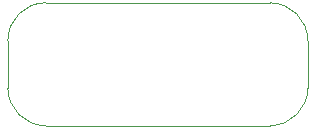
<source format=gbr>
%TF.GenerationSoftware,KiCad,Pcbnew,8.0.2*%
%TF.CreationDate,2024-07-08T22:06:34-05:00*%
%TF.ProjectId,RGBPS Breakout,52474250-5320-4427-9265-616b6f75742e,rev?*%
%TF.SameCoordinates,Original*%
%TF.FileFunction,Profile,NP*%
%FSLAX46Y46*%
G04 Gerber Fmt 4.6, Leading zero omitted, Abs format (unit mm)*
G04 Created by KiCad (PCBNEW 8.0.2) date 2024-07-08 22:06:34*
%MOMM*%
%LPD*%
G01*
G04 APERTURE LIST*
%TA.AperFunction,Profile*%
%ADD10C,0.050000*%
%TD*%
G04 APERTURE END LIST*
D10*
X126800000Y-83000000D02*
G75*
G02*
X130000000Y-79800000I3200000J0D01*
G01*
X130000000Y-90200000D02*
G75*
G02*
X126800000Y-87000000I0J3200000D01*
G01*
X149000000Y-79800000D02*
G75*
G02*
X152200000Y-83000000I0J-3200000D01*
G01*
X152200000Y-87000000D02*
G75*
G02*
X149000000Y-90200000I-3200000J0D01*
G01*
X149000000Y-90200000D02*
X130000000Y-90200000D01*
X130000000Y-79800000D02*
X149000000Y-79800000D01*
X152200000Y-83000000D02*
X152200000Y-87000000D01*
X126800000Y-87000000D02*
X126800000Y-83000000D01*
M02*

</source>
